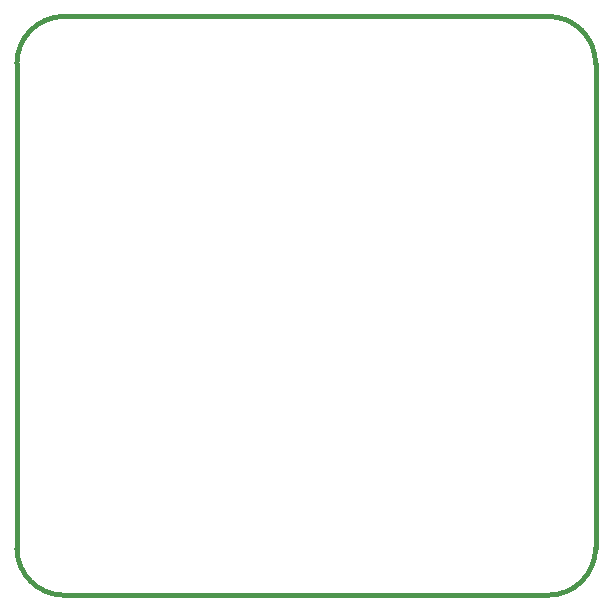
<source format=gbr>
G04 #@! TF.GenerationSoftware,KiCad,Pcbnew,(5.0.2)-1*
G04 #@! TF.CreationDate,2019-07-01T11:40:42-04:00*
G04 #@! TF.ProjectId,OptoUSB,4f70746f-5553-4422-9e6b-696361645f70,rev?*
G04 #@! TF.SameCoordinates,Original*
G04 #@! TF.FileFunction,Profile,NP*
%FSLAX46Y46*%
G04 Gerber Fmt 4.6, Leading zero omitted, Abs format (unit mm)*
G04 Created by KiCad (PCBNEW (5.0.2)-1) date 7/1/2019 11:40:42 AM*
%MOMM*%
%LPD*%
G01*
G04 APERTURE LIST*
%ADD10C,0.381000*%
G04 APERTURE END LIST*
D10*
X49000000Y-45000000D02*
X49000000Y-4000000D01*
X4000000Y-49000000D02*
X45000000Y-49000000D01*
X0Y-4000000D02*
X0Y-45000000D01*
X45000000Y0D02*
X4000000Y0D01*
X0Y-45000000D02*
G75*
G03X4000000Y-49000000I4000000J0D01*
G01*
X45000000Y-49000000D02*
G75*
G03X49000000Y-45000000I0J4000000D01*
G01*
X49000000Y-4000000D02*
G75*
G03X45000000Y0I-4000000J0D01*
G01*
X4000000Y0D02*
G75*
G03X0Y-4000000I0J-4000000D01*
G01*
M02*

</source>
